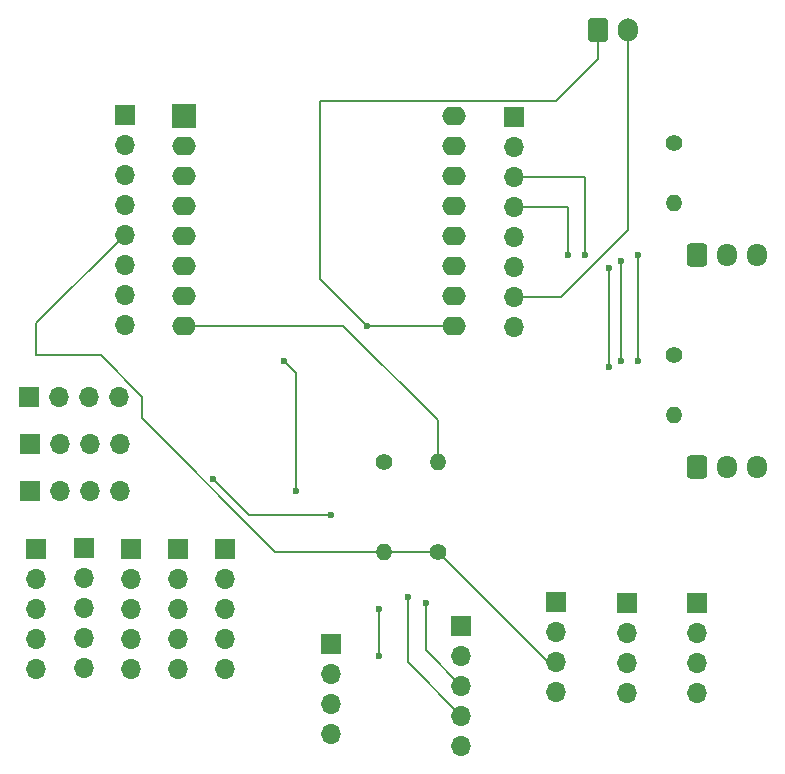
<source format=gbr>
%TF.GenerationSoftware,KiCad,Pcbnew,8.0.5*%
%TF.CreationDate,2024-10-07T23:19:43+02:00*%
%TF.ProjectId,D1 Breadboard,44312042-7265-4616-9462-6f6172642e6b,rev?*%
%TF.SameCoordinates,Original*%
%TF.FileFunction,Copper,L2,Bot*%
%TF.FilePolarity,Positive*%
%FSLAX46Y46*%
G04 Gerber Fmt 4.6, Leading zero omitted, Abs format (unit mm)*
G04 Created by KiCad (PCBNEW 8.0.5) date 2024-10-07 23:19:43*
%MOMM*%
%LPD*%
G01*
G04 APERTURE LIST*
G04 Aperture macros list*
%AMRoundRect*
0 Rectangle with rounded corners*
0 $1 Rounding radius*
0 $2 $3 $4 $5 $6 $7 $8 $9 X,Y pos of 4 corners*
0 Add a 4 corners polygon primitive as box body*
4,1,4,$2,$3,$4,$5,$6,$7,$8,$9,$2,$3,0*
0 Add four circle primitives for the rounded corners*
1,1,$1+$1,$2,$3*
1,1,$1+$1,$4,$5*
1,1,$1+$1,$6,$7*
1,1,$1+$1,$8,$9*
0 Add four rect primitives between the rounded corners*
20,1,$1+$1,$2,$3,$4,$5,0*
20,1,$1+$1,$4,$5,$6,$7,0*
20,1,$1+$1,$6,$7,$8,$9,0*
20,1,$1+$1,$8,$9,$2,$3,0*%
G04 Aperture macros list end*
%TA.AperFunction,ComponentPad*%
%ADD10RoundRect,0.250000X-0.600000X-0.750000X0.600000X-0.750000X0.600000X0.750000X-0.600000X0.750000X0*%
%TD*%
%TA.AperFunction,ComponentPad*%
%ADD11O,1.700000X2.000000*%
%TD*%
%TA.AperFunction,ComponentPad*%
%ADD12R,1.700000X1.700000*%
%TD*%
%TA.AperFunction,ComponentPad*%
%ADD13O,1.700000X1.700000*%
%TD*%
%TA.AperFunction,ComponentPad*%
%ADD14R,2.000000X2.000000*%
%TD*%
%TA.AperFunction,ComponentPad*%
%ADD15O,2.000000X1.600000*%
%TD*%
%TA.AperFunction,ComponentPad*%
%ADD16C,1.400000*%
%TD*%
%TA.AperFunction,ComponentPad*%
%ADD17O,1.400000X1.400000*%
%TD*%
%TA.AperFunction,ComponentPad*%
%ADD18RoundRect,0.250000X-0.600000X-0.725000X0.600000X-0.725000X0.600000X0.725000X-0.600000X0.725000X0*%
%TD*%
%TA.AperFunction,ComponentPad*%
%ADD19O,1.700000X1.950000*%
%TD*%
%TA.AperFunction,ViaPad*%
%ADD20C,0.600000*%
%TD*%
%TA.AperFunction,Conductor*%
%ADD21C,0.200000*%
%TD*%
G04 APERTURE END LIST*
D10*
%TO.P,J18,1,Pin_1*%
%TO.N,+5V*%
X64600000Y-17000000D03*
D11*
%TO.P,J18,2,Pin_2*%
%TO.N,GND*%
X67100000Y-17000000D03*
%TD*%
D12*
%TO.P,J11,1,Pin_1*%
%TO.N,+5V*%
X53000000Y-67380000D03*
D13*
%TO.P,J11,2,Pin_2*%
%TO.N,+3V3*%
X53000000Y-69920000D03*
%TO.P,J11,3,Pin_3*%
%TO.N,Net-(J11-Pin_3)*%
X53000000Y-72460000D03*
%TO.P,J11,4,Pin_4*%
%TO.N,Net-(J11-Pin_4)*%
X53000000Y-75000000D03*
%TO.P,J11,5,Pin_5*%
%TO.N,GND*%
X53000000Y-77540000D03*
%TD*%
D12*
%TO.P,J14,1,Pin_1*%
%TO.N,+5V*%
X42000000Y-68920000D03*
D13*
%TO.P,J14,2,Pin_2*%
%TO.N,Net-(J14-Pin_2)*%
X42000000Y-71460000D03*
%TO.P,J14,3,Pin_3*%
%TO.N,unconnected-(J14-Pin_3-Pad3)*%
X42000000Y-74000000D03*
%TO.P,J14,4,Pin_4*%
%TO.N,GND*%
X42000000Y-76540000D03*
%TD*%
D12*
%TO.P,J3,1,Pin_1*%
%TO.N,GND*%
X16460000Y-52000000D03*
D13*
%TO.P,J3,2,Pin_2*%
X19000000Y-52000000D03*
%TO.P,J3,3,Pin_3*%
X21540000Y-52000000D03*
%TO.P,J3,4,Pin_4*%
X24080000Y-52000000D03*
%TD*%
D12*
%TO.P,J7,1,Pin_1*%
%TO.N,+3V3*%
X16380000Y-48000000D03*
D13*
%TO.P,J7,2,Pin_2*%
X18920000Y-48000000D03*
%TO.P,J7,3,Pin_3*%
X21460000Y-48000000D03*
%TO.P,J7,4,Pin_4*%
X24000000Y-48000000D03*
%TD*%
D14*
%TO.P,U1,1,~{RST}*%
%TO.N,Net-(J8-Pin_1)*%
X29500000Y-24220000D03*
D15*
%TO.P,U1,2,A0*%
%TO.N,Net-(J8-Pin_2)*%
X29500000Y-26760000D03*
%TO.P,U1,3,D0*%
%TO.N,Net-(J8-Pin_3)*%
X29500000Y-29300000D03*
%TO.P,U1,4,SCK/D5*%
%TO.N,Net-(J14-Pin_2)*%
X29500000Y-31840000D03*
%TO.P,U1,5,MISO/D6*%
%TO.N,Net-(J15-Pin_3)*%
X29500000Y-34380000D03*
%TO.P,U1,6,MOSI/D7*%
%TO.N,Net-(J8-Pin_6)*%
X29500000Y-36920000D03*
%TO.P,U1,7,CS/D8*%
%TO.N,Net-(J8-Pin_7)*%
X29500000Y-39460000D03*
%TO.P,U1,8,3V3*%
%TO.N,+3V3*%
X29500000Y-42000000D03*
%TO.P,U1,9,5V*%
%TO.N,+5V*%
X52360000Y-42000000D03*
%TO.P,U1,10,GND*%
%TO.N,GND*%
X52360000Y-39460000D03*
%TO.P,U1,11,D4*%
%TO.N,Net-(J13-Pin_2)*%
X52360000Y-36920000D03*
%TO.P,U1,12,D3*%
%TO.N,Net-(J12-Pin_2)*%
X52360000Y-34380000D03*
%TO.P,U1,13,SDA/D2*%
%TO.N,Net-(J11-Pin_4)*%
X52360000Y-31840000D03*
%TO.P,U1,14,SCL/D1*%
%TO.N,Net-(J11-Pin_3)*%
X52360000Y-29300000D03*
%TO.P,U1,15,RX*%
%TO.N,Net-(J9-Pin_2)*%
X52360000Y-26760000D03*
%TO.P,U1,16,TX*%
%TO.N,Net-(J9-Pin_1)*%
X52360000Y-24220000D03*
%TD*%
D16*
%TO.P,R4,1*%
%TO.N,+5V*%
X71000000Y-26525000D03*
D17*
%TO.P,R4,2*%
%TO.N,Net-(J13-Pin_1)*%
X71000000Y-31605000D03*
%TD*%
D16*
%TO.P,R3,1*%
%TO.N,+5V*%
X71000000Y-44500000D03*
D17*
%TO.P,R3,2*%
%TO.N,Net-(J12-Pin_1)*%
X71000000Y-49580000D03*
%TD*%
D12*
%TO.P,J4,1,Pin_1*%
%TO.N,GND*%
X33035000Y-60885000D03*
D13*
%TO.P,J4,2,Pin_2*%
%TO.N,Net-(J1-Pin_2)*%
X33035000Y-63425000D03*
%TO.P,J4,3,Pin_3*%
%TO.N,Net-(J1-Pin_3)*%
X33035000Y-65965000D03*
%TO.P,J4,4,Pin_4*%
%TO.N,Net-(J1-Pin_4)*%
X33035000Y-68505000D03*
%TO.P,J4,5,Pin_5*%
%TO.N,Net-(J1-Pin_5)*%
X33035000Y-71045000D03*
%TD*%
D16*
%TO.P,R1,1*%
%TO.N,+5V*%
X46500000Y-53500000D03*
D17*
%TO.P,R1,2*%
%TO.N,Net-(J15-Pin_3)*%
X46500000Y-61120000D03*
%TD*%
D12*
%TO.P,J8,1,Pin_1*%
%TO.N,Net-(J8-Pin_1)*%
X24500000Y-24125000D03*
D13*
%TO.P,J8,2,Pin_2*%
%TO.N,Net-(J8-Pin_2)*%
X24500000Y-26665000D03*
%TO.P,J8,3,Pin_3*%
%TO.N,Net-(J8-Pin_3)*%
X24500000Y-29205000D03*
%TO.P,J8,4,Pin_4*%
%TO.N,Net-(J14-Pin_2)*%
X24500000Y-31745000D03*
%TO.P,J8,5,Pin_5*%
%TO.N,Net-(J15-Pin_3)*%
X24500000Y-34285000D03*
%TO.P,J8,6,Pin_6*%
%TO.N,Net-(J8-Pin_6)*%
X24500000Y-36825000D03*
%TO.P,J8,7,Pin_7*%
%TO.N,Net-(J8-Pin_7)*%
X24500000Y-39365000D03*
%TO.P,J8,8,Pin_8*%
%TO.N,+3V3*%
X24500000Y-41905000D03*
%TD*%
%TO.P,J16,4,Pin_4*%
%TO.N,GND*%
X67000000Y-73080000D03*
%TO.P,J16,3,Pin_3*%
%TO.N,Net-(J15-Pin_3)*%
X67000000Y-70540000D03*
%TO.P,J16,2,Pin_2*%
%TO.N,+3V3*%
X67000000Y-68000000D03*
D12*
%TO.P,J16,1,Pin_1*%
%TO.N,+5V*%
X67000000Y-65460000D03*
%TD*%
%TO.P,J9,1,Pin_1*%
%TO.N,Net-(J9-Pin_1)*%
X57500000Y-24340000D03*
D13*
%TO.P,J9,2,Pin_2*%
%TO.N,Net-(J9-Pin_2)*%
X57500000Y-26880000D03*
%TO.P,J9,3,Pin_3*%
%TO.N,Net-(J11-Pin_3)*%
X57500000Y-29420000D03*
%TO.P,J9,4,Pin_4*%
%TO.N,Net-(J11-Pin_4)*%
X57500000Y-31960000D03*
%TO.P,J9,5,Pin_5*%
%TO.N,Net-(J12-Pin_2)*%
X57500000Y-34500000D03*
%TO.P,J9,6,Pin_6*%
%TO.N,Net-(J13-Pin_2)*%
X57500000Y-37040000D03*
%TO.P,J9,7,Pin_7*%
%TO.N,GND*%
X57500000Y-39580000D03*
%TO.P,J9,8,Pin_8*%
%TO.N,+5V*%
X57500000Y-42120000D03*
%TD*%
%TO.P,J15,4,Pin_4*%
%TO.N,GND*%
X61000000Y-73000000D03*
%TO.P,J15,3,Pin_3*%
%TO.N,Net-(J15-Pin_3)*%
X61000000Y-70460000D03*
%TO.P,J15,2,Pin_2*%
%TO.N,+3V3*%
X61000000Y-67920000D03*
D12*
%TO.P,J15,1,Pin_1*%
%TO.N,+5V*%
X61000000Y-65380000D03*
%TD*%
D13*
%TO.P,J10,4,Pin_4*%
%TO.N,+5V*%
X24080000Y-56000000D03*
%TO.P,J10,3,Pin_3*%
X21540000Y-56000000D03*
%TO.P,J10,2,Pin_2*%
X19000000Y-56000000D03*
D12*
%TO.P,J10,1,Pin_1*%
X16460000Y-56000000D03*
%TD*%
D16*
%TO.P,R2,1*%
%TO.N,Net-(J15-Pin_3)*%
X51000000Y-61120000D03*
D17*
%TO.P,R2,2*%
%TO.N,+3V3*%
X51000000Y-53500000D03*
%TD*%
D13*
%TO.P,J17,4,Pin_4*%
%TO.N,GND*%
X73000000Y-73080000D03*
%TO.P,J17,3,Pin_3*%
%TO.N,Net-(J15-Pin_3)*%
X73000000Y-70540000D03*
%TO.P,J17,2,Pin_2*%
%TO.N,+3V3*%
X73000000Y-68000000D03*
D12*
%TO.P,J17,1,Pin_1*%
%TO.N,+5V*%
X73000000Y-65460000D03*
%TD*%
%TO.P,J1,1,Pin_1*%
%TO.N,GND*%
X17035000Y-60920000D03*
D13*
%TO.P,J1,2,Pin_2*%
%TO.N,Net-(J1-Pin_2)*%
X17035000Y-63460000D03*
%TO.P,J1,3,Pin_3*%
%TO.N,Net-(J1-Pin_3)*%
X17035000Y-66000000D03*
%TO.P,J1,4,Pin_4*%
%TO.N,Net-(J1-Pin_4)*%
X17035000Y-68540000D03*
%TO.P,J1,5,Pin_5*%
%TO.N,Net-(J1-Pin_5)*%
X17035000Y-71080000D03*
%TD*%
D12*
%TO.P,J5,1,Pin_1*%
%TO.N,GND*%
X21035000Y-60840000D03*
D13*
%TO.P,J5,2,Pin_2*%
%TO.N,Net-(J1-Pin_2)*%
X21035000Y-63380000D03*
%TO.P,J5,3,Pin_3*%
%TO.N,Net-(J1-Pin_3)*%
X21035000Y-65920000D03*
%TO.P,J5,4,Pin_4*%
%TO.N,Net-(J1-Pin_4)*%
X21035000Y-68460000D03*
%TO.P,J5,5,Pin_5*%
%TO.N,Net-(J1-Pin_5)*%
X21035000Y-71000000D03*
%TD*%
D12*
%TO.P,J6,1,Pin_1*%
%TO.N,GND*%
X25035000Y-60920000D03*
D13*
%TO.P,J6,2,Pin_2*%
%TO.N,Net-(J1-Pin_2)*%
X25035000Y-63460000D03*
%TO.P,J6,3,Pin_3*%
%TO.N,Net-(J1-Pin_3)*%
X25035000Y-66000000D03*
%TO.P,J6,4,Pin_4*%
%TO.N,Net-(J1-Pin_4)*%
X25035000Y-68540000D03*
%TO.P,J6,5,Pin_5*%
%TO.N,Net-(J1-Pin_5)*%
X25035000Y-71080000D03*
%TD*%
D18*
%TO.P,J13,1,Pin_1*%
%TO.N,Net-(J13-Pin_1)*%
X73000000Y-36000000D03*
D19*
%TO.P,J13,2,Pin_2*%
%TO.N,Net-(J13-Pin_2)*%
X75500000Y-36000000D03*
%TO.P,J13,3,Pin_3*%
%TO.N,GND*%
X78000000Y-36000000D03*
%TD*%
D18*
%TO.P,J12,1,Pin_1*%
%TO.N,Net-(J12-Pin_1)*%
X73000000Y-54000000D03*
D19*
%TO.P,J12,2,Pin_2*%
%TO.N,Net-(J12-Pin_2)*%
X75500000Y-54000000D03*
%TO.P,J12,3,Pin_3*%
%TO.N,GND*%
X78000000Y-54000000D03*
%TD*%
D12*
%TO.P,J2,1,Pin_1*%
%TO.N,GND*%
X29035000Y-60920000D03*
D13*
%TO.P,J2,2,Pin_2*%
%TO.N,Net-(J1-Pin_2)*%
X29035000Y-63460000D03*
%TO.P,J2,3,Pin_3*%
%TO.N,Net-(J1-Pin_3)*%
X29035000Y-66000000D03*
%TO.P,J2,4,Pin_4*%
%TO.N,Net-(J1-Pin_4)*%
X29035000Y-68540000D03*
%TO.P,J2,5,Pin_5*%
%TO.N,Net-(J1-Pin_5)*%
X29035000Y-71080000D03*
%TD*%
D20*
%TO.N,+3V3*%
X46000000Y-70000000D03*
X46000000Y-66000000D03*
%TO.N,Net-(J11-Pin_4)*%
X65500000Y-37100000D03*
X48500000Y-65000000D03*
X62000000Y-36000000D03*
X65500000Y-45500000D03*
%TO.N,Net-(J11-Pin_3)*%
X66500000Y-36500000D03*
X66500000Y-45000000D03*
X50000000Y-65500000D03*
X63500000Y-36000000D03*
%TO.N,Net-(J14-Pin_2)*%
X39000000Y-56000000D03*
X38000000Y-45000000D03*
%TO.N,+5V*%
X32000000Y-55000000D03*
X42000000Y-58000000D03*
%TO.N,Net-(J12-Pin_2)*%
X68000000Y-36000000D03*
X68000000Y-45000000D03*
%TO.N,+5V*%
X45000000Y-42000000D03*
%TD*%
D21*
%TO.N,+3V3*%
X46000000Y-66000000D02*
X46000000Y-70000000D01*
%TO.N,Net-(J11-Pin_4)*%
X65500000Y-45500000D02*
X65500000Y-37100000D01*
X62000000Y-36000000D02*
X62000000Y-32000000D01*
X48500000Y-70500000D02*
X48500000Y-65000000D01*
X61960000Y-31960000D02*
X57500000Y-31960000D01*
X53000000Y-75000000D02*
X48500000Y-70500000D01*
X62000000Y-32000000D02*
X61960000Y-31960000D01*
%TO.N,Net-(J11-Pin_3)*%
X66500000Y-45000000D02*
X66500000Y-36500000D01*
X50000000Y-69460000D02*
X50000000Y-65500000D01*
X63500000Y-36000000D02*
X63500000Y-29500000D01*
X63500000Y-29500000D02*
X63420000Y-29420000D01*
X53000000Y-72460000D02*
X50000000Y-69460000D01*
X63420000Y-29420000D02*
X57500000Y-29420000D01*
%TO.N,Net-(J15-Pin_3)*%
X22500000Y-44500000D02*
X17000000Y-44500000D01*
X17000000Y-41785000D02*
X24500000Y-34285000D01*
X26000000Y-49848529D02*
X26000000Y-48000000D01*
X37271471Y-61120000D02*
X26000000Y-49848529D01*
X26000000Y-48000000D02*
X22500000Y-44500000D01*
X46500000Y-61120000D02*
X37271471Y-61120000D01*
X17000000Y-44500000D02*
X17000000Y-41785000D01*
X51000000Y-61120000D02*
X60340000Y-70460000D01*
X60340000Y-70460000D02*
X61000000Y-70460000D01*
X51000000Y-61120000D02*
X46500000Y-61120000D01*
%TO.N,Net-(J14-Pin_2)*%
X39000000Y-56000000D02*
X39000000Y-46000000D01*
X39000000Y-46000000D02*
X38000000Y-45000000D01*
%TO.N,+3V3*%
X29500000Y-42000000D02*
X43000000Y-42000000D01*
X43000000Y-42000000D02*
X51000000Y-50000000D01*
X51000000Y-50000000D02*
X51000000Y-53500000D01*
%TO.N,+5V*%
X35000000Y-58000000D02*
X32000000Y-55000000D01*
X42000000Y-58000000D02*
X35000000Y-58000000D01*
%TO.N,Net-(J12-Pin_2)*%
X68000000Y-45000000D02*
X68000000Y-36000000D01*
%TO.N,+5V*%
X52360000Y-42000000D02*
X45000000Y-42000000D01*
%TO.N,GND*%
X67100000Y-17000000D02*
X67100000Y-33900000D01*
X67100000Y-33900000D02*
X61420000Y-39580000D01*
X61420000Y-39580000D02*
X57500000Y-39580000D01*
%TO.N,+5V*%
X64600000Y-17000000D02*
X64600000Y-19400000D01*
X64600000Y-19400000D02*
X61000000Y-23000000D01*
X61000000Y-23000000D02*
X41000000Y-23000000D01*
X41000000Y-23000000D02*
X41000000Y-38000000D01*
X41000000Y-38000000D02*
X45000000Y-42000000D01*
%TD*%
M02*

</source>
